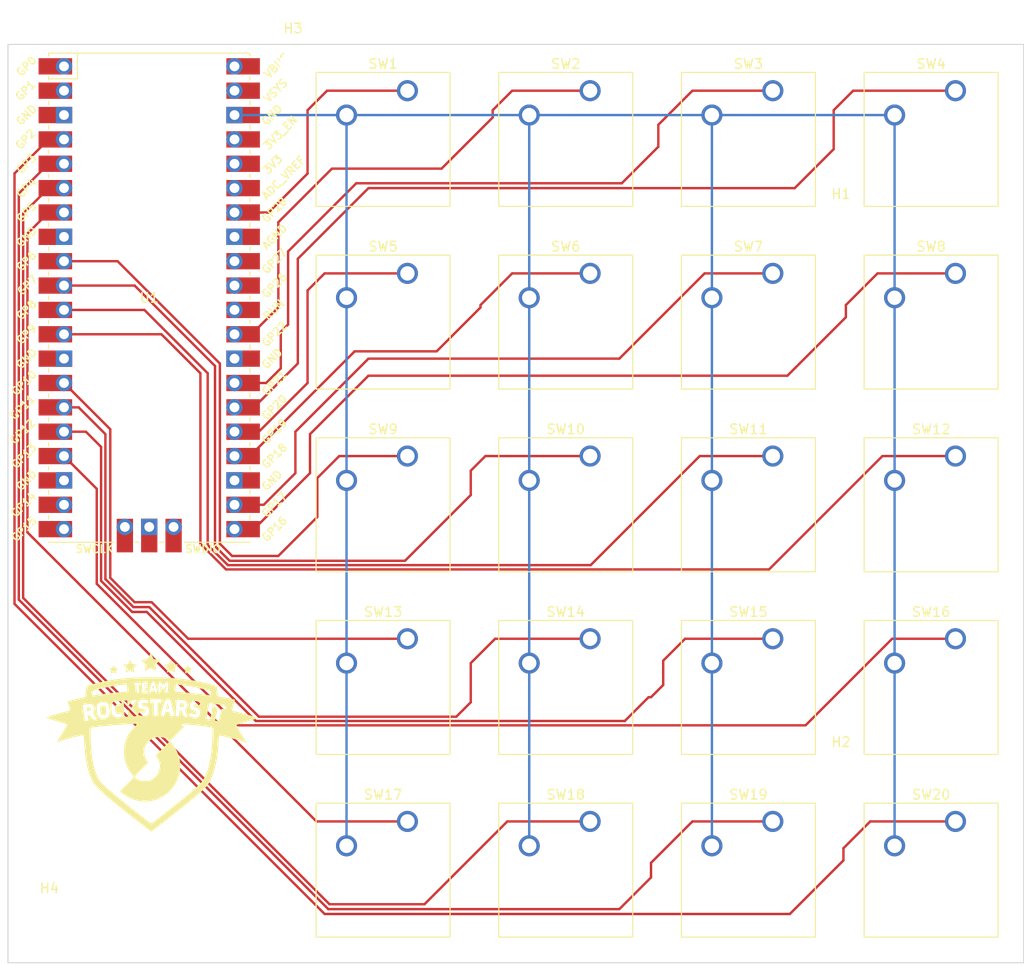
<source format=kicad_pcb>
(kicad_pcb (version 20221018) (generator pcbnew)
  (layers (0 "F.Cu" signal) (31 "B.Cu" signal) (34 "B.Paste" user) (35 "F.Paste" user) (36 "B.SilkS" user "B.Silkscreen") (37 "F.SilkS" user "F.Silkscreen") (38 "B.Mask" user) (39 "F.Mask" user) (44 "Edge.Cuts" user))
  (net 0 "")
  (net 1 "Net-(U1-GPIO2)")
  (net 2 "/GND")
  (net 3 "Net-(U1-GPIO4)")
  (net 4 "Net-(U1-GPIO3)")
  (net 5 "Net-(U1-GPIO5)")
  (net 6 "Net-(U1-GPIO18)")
  (net 7 "Net-(U1-GPIO19)")
  (net 8 "Net-(U1-GPIO20)")
  (net 9 "Net-(U1-GPIO21)")
  (net 10 "Net-(U1-GPIO22)")
  (net 11 "Net-(U1-GPIO17)")
  (net 12 "Net-(U1-GPIO16)")
  (net 13 "Net-(U1-GPIO28_ADC2)")
  (net 32 "/P6")
  (net 33 "/P7")
  (net 34 "/P8")
  (net 35 "/P9")
  (net 36 "Net-(U1-GPIO10)")
  (net 37 "Net-(U1-GPIO11)")
  (net 38 "Net-(U1-GPIO12)")
  (net 39 "Net-(U1-GPIO13)")
  (footprint "Library:SW_Cherry_MX_1.00u_PCB" (layer "F.Cu") (at 114.3 76.2)
    (fp_text reference "SW14" (at -2.54 -2.794) (layer "F.SilkS"))
    (fp_text value "SW_Push")
    (pad "" np_thru_hole circle (at -7.62 5.08) (size 1.7 1.7) (drill 1.7) (layers "*.Cu" "*.Mask"))
    (pad "" np_thru_hole circle (at -2.54 5.08) (size 4 4) (drill 4) (layers "*.Cu" "*.Mask"))
    (pad "" np_thru_hole circle (at 2.54 5.08) (size 1.7 1.7) (drill 1.7) (layers "*.Cu" "*.Mask"))
    (pad "1" thru_hole circle (at 0 0) (size 2.2 2.2) (drill 1.5) (layers "*.Cu" "*.Mask") (net 37 "Net-(U1-GPIO11)"))
    (pad "2" thru_hole circle (at -6.35 2.54) (size 2.2 2.2) (drill 1.5) (layers "*.Cu" "*.Mask") (net 2 "/GND"))
  )
  (footprint "Library:SW_Cherry_MX_1.00u_PCB" (layer "F.Cu") (at 152.4 57.15)
    (fp_text reference "SW12" (at -2.54 -2.794) (layer "F.SilkS"))
    (fp_text value "SW_Push")
    (pad "" np_thru_hole circle (at -7.62 5.08) (size 1.7 1.7) (drill 1.7) (layers "*.Cu" "*.Mask"))
    (pad "" np_thru_hole circle (at -2.54 5.08) (size 4 4) (drill 4) (layers "*.Cu" "*.Mask"))
    (pad "" np_thru_hole circle (at 2.54 5.08) (size 1.7 1.7) (drill 1.7) (layers "*.Cu" "*.Mask"))
    (pad "1" thru_hole circle (at 0 0) (size 2.2 2.2) (drill 1.5) (layers "*.Cu" "*.Mask") (net 35 "/P9"))
    (pad "2" thru_hole circle (at -6.35 2.54) (size 2.2 2.2) (drill 1.5) (layers "*.Cu" "*.Mask") (net 2 "/GND"))
  )
  (footprint "Library:SW_Cherry_MX_1.00u_PCB" (layer "F.Cu") (at 114.3 95.25)
    (fp_text reference "SW18" (at -2.54 -2.794) (layer "F.SilkS"))
    (fp_text value "SW_Push")
    (pad "" np_thru_hole circle (at -7.62 5.08) (size 1.7 1.7) (drill 1.7) (layers "*.Cu" "*.Mask"))
    (pad "" np_thru_hole circle (at -2.54 5.08) (size 4 4) (drill 4) (layers "*.Cu" "*.Mask"))
    (pad "" np_thru_hole circle (at 2.54 5.08) (size 1.7 1.7) (drill 1.7) (layers "*.Cu" "*.Mask"))
    (pad "1" thru_hole circle (at 0 0) (size 2.2 2.2) (drill 1.5) (layers "*.Cu" "*.Mask") (net 3 "Net-(U1-GPIO4)"))
    (pad "2" thru_hole circle (at -6.35 2.54) (size 2.2 2.2) (drill 1.5) (layers "*.Cu" "*.Mask") (net 2 "/GND"))
  )
  (footprint "Library:SW_Cherry_MX_1.00u_PCB" (layer "F.Cu") (at 95.25 19.05)
    (fp_text reference "SW1" (at -2.54 -2.794) (layer "F.SilkS"))
    (fp_text value "SW_Push")
    (pad "" np_thru_hole circle (at -7.62 5.08) (size 1.7 1.7) (drill 1.7) (layers "*.Cu" "*.Mask"))
    (pad "" np_thru_hole circle (at -2.54 5.08) (size 4 4) (drill 4) (layers "*.Cu" "*.Mask"))
    (pad "" np_thru_hole circle (at 2.54 5.08) (size 1.7 1.7) (drill 1.7) (layers "*.Cu" "*.Mask"))
    (pad "1" thru_hole circle (at 0 0) (size 2.2 2.2) (drill 1.5) (layers "*.Cu" "*.Mask") (net 13 "Net-(U1-GPIO28_ADC2)"))
    (pad "2" thru_hole circle (at -6.35 2.54) (size 2.2 2.2) (drill 1.5) (layers "*.Cu" "*.Mask") (net 2 "/GND"))
  )
  (footprint "Library:SW_Cherry_MX_1.00u_PCB" (layer "F.Cu") (at 114.3 57.15)
    (fp_text reference "SW10" (at -2.54 -2.794) (layer "F.SilkS"))
    (fp_text value "SW_Push")
    (pad "" np_thru_hole circle (at -7.62 5.08) (size 1.7 1.7) (drill 1.7) (layers "*.Cu" "*.Mask"))
    (pad "" np_thru_hole circle (at -2.54 5.08) (size 4 4) (drill 4) (layers "*.Cu" "*.Mask"))
    (pad "" np_thru_hole circle (at 2.54 5.08) (size 1.7 1.7) (drill 1.7) (layers "*.Cu" "*.Mask"))
    (pad "1" thru_hole circle (at 0 0) (size 2.2 2.2) (drill 1.5) (layers "*.Cu" "*.Mask") (net 33 "/P7"))
    (pad "2" thru_hole circle (at -6.35 2.54) (size 2.2 2.2) (drill 1.5) (layers "*.Cu" "*.Mask") (net 2 "/GND"))
  )
  (footprint "Library:SW_Cherry_MX_1.00u_PCB" (layer "F.Cu") (at 114.3 19.05)
    (fp_text reference "SW2" (at -2.54 -2.794) (layer "F.SilkS"))
    (fp_text value "SW_Push")
    (pad "" np_thru_hole circle (at -7.62 5.08) (size 1.7 1.7) (drill 1.7) (layers "*.Cu" "*.Mask"))
    (pad "" np_thru_hole circle (at -2.54 5.08) (size 4 4) (drill 4) (layers "*.Cu" "*.Mask"))
    (pad "" np_thru_hole circle (at 2.54 5.08) (size 1.7 1.7) (drill 1.7) (layers "*.Cu" "*.Mask"))
    (pad "1" thru_hole circle (at 0 0) (size 2.2 2.2) (drill 1.5) (layers "*.Cu" "*.Mask") (net 10 "Net-(U1-GPIO22)"))
    (pad "2" thru_hole circle (at -6.35 2.54) (size 2.2 2.2) (drill 1.5) (layers "*.Cu" "*.Mask") (net 2 "/GND"))
  )
  (footprint "Library:SW_Cherry_MX_1.00u_PCB" (layer "F.Cu") (at 95.25 76.2)
    (fp_text reference "SW13" (at -2.54 -2.794) (layer "F.SilkS"))
    (fp_text value "SW_Push")
    (pad "" np_thru_hole circle (at -7.62 5.08) (size 1.7 1.7) (drill 1.7) (layers "*.Cu" "*.Mask"))
    (pad "" np_thru_hole circle (at -2.54 5.08) (size 4 4) (drill 4) (layers "*.Cu" "*.Mask"))
    (pad "" np_thru_hole circle (at 2.54 5.08) (size 1.7 1.7) (drill 1.7) (layers "*.Cu" "*.Mask"))
    (pad "1" thru_hole circle (at 0 0) (size 2.2 2.2) (drill 1.5) (layers "*.Cu" "*.Mask") (net 36 "Net-(U1-GPIO10)"))
    (pad "2" thru_hole circle (at -6.35 2.54) (size 2.2 2.2) (drill 1.5) (layers "*.Cu" "*.Mask") (net 2 "/GND"))
  )
  (footprint "Library:SW_Cherry_MX_1.00u_PCB" (layer "F.Cu") (at 152.4 19.05)
    (fp_text reference "SW4" (at -2.54 -2.794) (layer "F.SilkS"))
    (fp_text value "SW_Push")
    (pad "" np_thru_hole circle (at -7.62 5.08) (size 1.7 1.7) (drill 1.7) (layers "*.Cu" "*.Mask"))
    (pad "" np_thru_hole circle (at -2.54 5.08) (size 4 4) (drill 4) (layers "*.Cu" "*.Mask"))
    (pad "" np_thru_hole circle (at 2.54 5.08) (size 1.7 1.7) (drill 1.7) (layers "*.Cu" "*.Mask"))
    (pad "1" thru_hole circle (at 0 0) (size 2.2 2.2) (drill 1.5) (layers "*.Cu" "*.Mask") (net 8 "Net-(U1-GPIO20)"))
    (pad "2" thru_hole circle (at -6.35 2.54) (size 2.2 2.2) (drill 1.5) (layers "*.Cu" "*.Mask") (net 2 "/GND"))
  )
  (footprint "Library:SW_Cherry_MX_1.00u_PCB" (layer "F.Cu") (at 133.35 19.05)
    (fp_text reference "SW3" (at -2.54 -2.794) (layer "F.SilkS"))
    (fp_text value "SW_Push")
    (pad "" np_thru_hole circle (at -7.62 5.08) (size 1.7 1.7) (drill 1.7) (layers "*.Cu" "*.Mask"))
    (pad "" np_thru_hole circle (at -2.54 5.08) (size 4 4) (drill 4) (layers "*.Cu" "*.Mask"))
    (pad "" np_thru_hole circle (at 2.54 5.08) (size 1.7 1.7) (drill 1.7) (layers "*.Cu" "*.Mask"))
    (pad "1" thru_hole circle (at 0 0) (size 2.2 2.2) (drill 1.5) (layers "*.Cu" "*.Mask") (net 9 "Net-(U1-GPIO21)"))
    (pad "2" thru_hole circle (at -6.35 2.54) (size 2.2 2.2) (drill 1.5) (layers "*.Cu" "*.Mask") (net 2 "/GND"))
  )
  (footprint "LOGO" (layer "F.Cu") (at 68.58 86.995)
    (fp_text reference "G***" hide)
    (fp_text value "LOGO" hide)
  )
  (footprint "Library:SW_Cherry_MX_1.00u_PCB" (layer "F.Cu") (at 133.35 57.15)
    (fp_text reference "SW11" (at -2.54 -2.794) (layer "F.SilkS"))
    (fp_text value "SW_Push")
    (pad "" np_thru_hole circle (at -7.62 5.08) (size 1.7 1.7) (drill 1.7) (layers "*.Cu" "*.Mask"))
    (pad "" np_thru_hole circle (at -2.54 5.08) (size 4 4) (drill 4) (layers "*.Cu" "*.Mask"))
    (pad "" np_thru_hole circle (at 2.54 5.08) (size 1.7 1.7) (drill 1.7) (layers "*.Cu" "*.Mask"))
    (pad "1" thru_hole circle (at 0 0) (size 2.2 2.2) (drill 1.5) (layers "*.Cu" "*.Mask") (net 34 "/P8"))
    (pad "2" thru_hole circle (at -6.35 2.54) (size 2.2 2.2) (drill 1.5) (layers "*.Cu" "*.Mask") (net 2 "/GND"))
  )
  (footprint "Library:SW_Cherry_MX_1.00u_PCB" (layer "F.Cu") (at 152.4 38.1)
    (fp_text reference "SW8" (at -2.54 -2.794) (layer "F.SilkS"))
    (fp_text value "SW_Push")
    (pad "" np_thru_hole circle (at -7.62 5.08) (size 1.7 1.7) (drill 1.7) (layers "*.Cu" "*.Mask"))
    (pad "" np_thru_hole circle (at -2.54 5.08) (size 4 4) (drill 4) (layers "*.Cu" "*.Mask"))
    (pad "" np_thru_hole circle (at 2.54 5.08) (size 1.7 1.7) (drill 1.7) (layers "*.Cu" "*.Mask"))
    (pad "1" thru_hole circle (at 0 0) (size 2.2 2.2) (drill 1.5) (layers "*.Cu" "*.Mask") (net 12 "Net-(U1-GPIO16)"))
    (pad "2" thru_hole circle (at -6.35 2.54) (size 2.2 2.2) (drill 1.5) (layers "*.Cu" "*.Mask") (net 2 "/GND"))
  )
  (footprint "Library:SW_Cherry_MX_1.00u_PCB" (layer "F.Cu") (at 95.25 95.25)
    (fp_text reference "SW17" (at -2.54 -2.794) (layer "F.SilkS"))
    (fp_text value "SW_Push")
    (pad "" np_thru_hole circle (at -7.62 5.08) (size 1.7 1.7) (drill 1.7) (layers "*.Cu" "*.Mask"))
    (pad "" np_thru_hole circle (at -2.54 5.08) (size 4 4) (drill 4) (layers "*.Cu" "*.Mask"))
    (pad "" np_thru_hole circle (at 2.54 5.08) (size 1.7 1.7) (drill 1.7) (layers "*.Cu" "*.Mask"))
    (pad "1" thru_hole circle (at 0 0) (size 2.2 2.2) (drill 1.5) (layers "*.Cu" "*.Mask") (net 5 "Net-(U1-GPIO5)"))
    (pad "2" thru_hole circle (at -6.35 2.54) (size 2.2 2.2) (drill 1.5) (layers "*.Cu" "*.Mask") (net 2 "/GND"))
  )
  (footprint "Library:SW_Cherry_MX_1.00u_PCB" (layer "F.Cu") (at 95.25 57.15)
    (fp_text reference "SW9" (at -2.54 -2.794) (layer "F.SilkS"))
    (fp_text value "SW_Push")
    (pad "" np_thru_hole circle (at -7.62 5.08) (size 1.7 1.7) (drill 1.7) (layers "*.Cu" "*.Mask"))
    (pad "" np_thru_hole circle (at -2.54 5.08) (size 4 4) (drill 4) (layers "*.Cu" "*.Mask"))
    (pad "" np_thru_hole circle (at 2.54 5.08) (size 1.7 1.7) (drill 1.7) (layers "*.Cu" "*.Mask"))
    (pad "1" thru_hole circle (at 0 0) (size 2.2 2.2) (drill 1.5) (layers "*.Cu" "*.Mask") (net 32 "/P6"))
    (pad "2" thru_hole circle (at -6.35 2.54) (size 2.2 2.2) (drill 1.5) (layers "*.Cu" "*.Mask") (net 2 "/GND"))
  )
  (footprint "Library:SW_Cherry_MX_1.00u_PCB" (layer "F.Cu") (at 133.35 76.2)
    (fp_text reference "SW15" (at -2.54 -2.794) (layer "F.SilkS"))
    (fp_text value "SW_Push")
    (pad "" np_thru_hole circle (at -7.62 5.08) (size 1.7 1.7) (drill 1.7) (layers "*.Cu" "*.Mask"))
    (pad "" np_thru_hole circle (at -2.54 5.08) (size 4 4) (drill 4) (layers "*.Cu" "*.Mask"))
    (pad "" np_thru_hole circle (at 2.54 5.08) (size 1.7 1.7) (drill 1.7) (layers "*.Cu" "*.Mask"))
    (pad "1" thru_hole circle (at 0 0) (size 2.2 2.2) (drill 1.5) (layers "*.Cu" "*.Mask") (net 38 "Net-(U1-GPIO12)"))
    (pad "2" thru_hole circle (at -6.35 2.54) (size 2.2 2.2) (drill 1.5) (layers "*.Cu" "*.Mask") (net 2 "/GND"))
  )
  (footprint "Library:SW_Cherry_MX_1.00u_PCB" (layer "F.Cu") (at 133.35 38.1)
    (fp_text reference "SW7" (at -2.54 -2.794) (layer "F.SilkS"))
    (fp_text value "SW_Push")
    (pad "" np_thru_hole circle (at -7.62 5.08) (size 1.7 1.7) (drill 1.7) (layers "*.Cu" "*.Mask"))
    (pad "" np_thru_hole circle (at -2.54 5.08) (size 4 4) (drill 4) (layers "*.Cu" "*.Mask"))
    (pad "" np_thru_hole circle (at 2.54 5.08) (size 1.7 1.7) (drill 1.7) (layers "*.Cu" "*.Mask"))
    (pad "1" thru_hole circle (at 0 0) (size 2.2 2.2) (drill 1.5) (layers "*.Cu" "*.Mask") (net 11 "Net-(U1-GPIO17)"))
    (pad "2" thru_hole circle (at -6.35 2.54) (size 2.2 2.2) (drill 1.5) (layers "*.Cu" "*.Mask") (net 2 "/GND"))
  )
  (footprint "MountingHole:MountingHole_2.7mm_M2.5" (layer "F.Cu") (at 57.912 105.918)
    (fp_text reference "H4" (at 0 -3.7) (layer "F.SilkS"))
    (fp_text value "MountingHole")
    (pad "" np_thru_hole circle (at 0 0) (size 2.7 2.7) (drill 2.7) (layers "*.Cu" "*.Mask"))
  )
  (footprint "MCU_RaspberryPi_and_Boards:RPi_Pico_SMD_TH" (layer "F.Cu") (at 68.326 40.64)
    (fp_text reference "U1" (at 0 0) (layer "F.SilkS"))
    (fp_text value "Pico")
    (fp_text user "GP5" (at -12.8 -8.89 45) (layer "F.SilkS") (effects (font (size 0.8 0.8))))
    (fp_text user "GND" (at 12.8 6.35 45) (layer "F.SilkS") (effects (font (size 0.8 0.8))))
    (fp_text user "GP9" (at -12.8 3.81 45) (layer "F.SilkS") (effects (font (size 0.8 0.8))))
    (fp_text user "3V3_EN" (at 13.7 -17.2 45) (layer "F.SilkS") (effects (font (size 0.8 0.8))))
    (fp_text user "GP6" (at -12.8 -3.81 45) (layer "F.SilkS") (effects (font (size 0.8 0.8))))
    (fp_text user "GP18" (at 13.054 16.51 45) (layer "F.SilkS") (effects (font (size 0.8 0.8))))
    (fp_text user "GP10" (at -13.054 8.89 45) (layer "F.SilkS") (effects (font (size 0.8 0.8))))
    (fp_text user "GP16" (at 13.054 24.13 45) (layer "F.SilkS") (effects (font (size 0.8 0.8))))
    (fp_text user "GP0" (at -12.8 -24.13 45) (layer "F.SilkS") (effects (font (size 0.8 0.8))))
    (fp_text user "VSYS" (at 13.2 -21.59 45) (layer "F.SilkS") (effects (font (size 0.8 0.8))))
    (fp_text user "GP14" (at -13.1 21.59 45) (layer "F.SilkS") (effects (font (size 0.8 0.8))))
    (fp_text user "GND" (at 12.8 -19.05 45) (layer "F.SilkS") (effects (font (size 0.8 0.8))))
    (fp_text user "GP3" (at -12.8 -13.97 45) (layer "F.SilkS") (effects (font (size 0.8 0.8))))
    (fp_text user "GP22" (at 13.054 3.81 45) (layer "F.SilkS") (effects (font (size 0.8 0.8))))
    (fp_text user "GP19" (at 13.054 13.97 45) (layer "F.SilkS") (effects (font (size 0.8 0.8))))
    (fp_text user "GP13" (at -13.054 16.51 45) (layer "F.SilkS") (effects (font (size 0.8 0.8))))
    (fp_text user "GP1" (at -12.9 -21.6 45) (layer "F.SilkS") (effects (font (size 0.8 0.8))))
    (fp_text user "GND" (at -12.8 -19.05 45) (layer "F.SilkS") (effects (font (size 0.8 0.8))))
    (fp_text user "GP7" (at -12.7 -1.3 45) (layer "F.SilkS") (effects (font (size 0.8 0.8))))
    (fp_text user "GND" (at -12.8 19.05 45) (layer "F.SilkS") (effects (font (size 0.8 0.8))))
    (fp_text user "GP15" (at -13.054 24.13 45) (layer "F.SilkS") (effects (font (size 0.8 0.8))))
    (fp_text user "VBUS" (at 13.3 -24.2 45) (layer "F.SilkS") (effects (font (size 0.8 0.8))))
    (fp_text user "GP26" (at 13.054 -1.27 45) (layer "F.SilkS") (effects (font (size 0.8 0.8))))
    (fp_text user "GP8" (at -12.8 1.27 45) (layer "F.SilkS") (effects (font (size 0.8 0.8))))
    (fp_text user "RUN" (at 13 1.27 45) (layer "F.SilkS") (effects (font (size 0.8 0.8))))
    (fp_text user "SWDIO" (at 5.6 26.2) (layer "F.SilkS") (effects (font (size 0.8 0.8))))
    (fp_text user "GP17" (at 13.054 21.59 45) (layer "F.SilkS") (effects (font (size 0.8 0.8))))
    (fp_text user "GND" (at -12.8 6.35 45) (layer "F.SilkS") (effects (font (size 0.8 0.8))))
    (fp_text user "GP11" (at -13.2 11.43 45) (layer "F.SilkS") (effects (font (size 0.8 0.8))))
    (fp_text user "GP28" (at 13.054 -9.144 45) (layer "F.SilkS") (effects (font (size 0.8 0.8))))
    (fp_text user "GP2" (at -12.9 -16.51 45) (layer "F.SilkS") (effects (font (size 0.8 0.8))))
    (fp_text user "GND" (at 12.8 19.05 45) (layer "F.SilkS") (effects (font (size 0.8 0.8))))
    (fp_text user "ADC_VREF" (at 14 -12.5 45) (layer "F.SilkS") (effects (font (size 0.8 0.8))))
    (fp_text user "GP21" (at 13.054 8.9 45) (layer "F.SilkS") (effects (font (size 0.8 0.8))))
    (fp_text user "GP4" (at -12.8 -11.43 45) (layer "F.SilkS") (effects (font (size 0.8 0.8))))
    (fp_text user "GND" (at -12.8 -6.35 45) (layer "F.SilkS") (effects (font (size 0.8 0.8))))
    (fp_text user "3V3" (at 12.9 -13.9 45) (layer "F.SilkS") (effects (font (size 0.8 0.8))))
    (fp_text user "AGND" (at 13.054 -6.35 45) (layer "F.SilkS") (effects (font (size 0.8 0.8))))
    (fp_text user "GP20" (at 13.054 11.43 45) (layer "F.SilkS") (effects (font (size 0.8 0.8))))
    (fp_text user "SWCLK" (at -5.7 26.2) (layer "F.SilkS") (effects (font (size 0.8 0.8))))
    (fp_text user "GP27" (at 13.054 -3.8 45) (layer "F.SilkS") (effects (font (size 0.8 0.8))))
    (fp_text user "GP12" (at -13.2 13.97 45) (layer "F.SilkS") (effects (font (size 0.8 0.8))))
    (pad "" np_thru_hole oval (at -2.725 -24) (size 1.8 1.8) (drill 1.8) (layers "*.Cu" "*.Mask"))
    (pad "" np_thru_hole oval (at -2.425 -20.97) (size 1.5 1.5) (drill 1.5) (layers "*.Cu" "*.Mask"))
    (pad "" np_thru_hole oval (at 2.425 -20.97) (size 1.5 1.5) (drill 1.5) (layers "*.Cu" "*.Mask"))
    (pad "" np_thru_hole oval (at 2.725 -24) (size 1.8 1.8) (drill 1.8) (layers "*.Cu" "*.Mask"))
    (pad "1" thru_hole oval (at -8.89 -24.13) (size 1.7 1.7) (drill 1.02) (layers "*.Cu" "*.Mask"))
    (pad "1" smd rect (at -8.89 -24.13) (size 3.5 1.7) (drill (offset -0.9 0)) (layers "F.Cu" "F.Mask"))
    (pad "2" thru_hole oval (at -8.89 -21.59) (size 1.7 1.7) (drill 1.02) (layers "*.Cu" "*.Mask"))
    (pad "2" smd rect (at -8.89 -21.59) (size 3.5 1.7) (drill (offset -0.9 0)) (layers "F.Cu" "F.Mask"))
    (pad "3" thru_hole rect (at -8.89 -19.05) (size 1.7 1.7) (drill 1.02) (layers "*.Cu" "*.Mask"))
    (pad "3" smd rect (at -8.89 -19.05) (size 3.5 1.7) (drill (offset -0.9 0)) (layers "F.Cu" "F.Mask"))
    (pad "4" thru_hole oval (at -8.89 -16.51) (size 1.7 1.7) (drill 1.02) (layers "*.Cu" "*.Mask") (net 1 "Net-(U1-GPIO2)"))
    (pad "4" smd rect (at -8.89 -16.51) (size 3.5 1.7) (drill (offset -0.9 0)) (layers "F.Cu" "F.Mask") (net 1 "Net-(U1-GPIO2)"))
    (pad "5" thru_hole oval (at -8.89 -13.97) (size 1.7 1.7) (drill 1.02) (layers "*.Cu" "*.Mask") (net 4 "Net-(U1-GPIO3)"))
    (pad "5" smd rect (at -8.89 -13.97) (size 3.5 1.7) (drill (offset -0.9 0)) (layers "F.Cu" "F.Mask") (net 4 "Net-(U1-GPIO3)"))
    (pad "6" thru_hole oval (at -8.89 -11.43) (size 1.7 1.7) (drill 1.02) (layers "*.Cu" "*.Mask") (net 3 "Net-(U1-GPIO4)"))
    (pad "6" smd rect (at -8.89 -11.43) (size 3.5 1.7) (drill (offset -0.9 0)) (layers "F.Cu" "F.Mask") (net 3 "Net-(U1-GPIO4)"))
    (pad "7" thru_hole oval (at -8.89 -8.89) (size 1.7 1.7) (drill 1.02) (layers "*.Cu" "*.Mask") (net 5 "Net-(U1-GPIO5)"))
    (pad "7" smd rect (at -8.89 -8.89) (size 3.5 1.7) (drill (offset -0.9 0)) (layers "F.Cu" "F.Mask") (net 5 "Net-(U1-GPIO5)"))
    (pad "8" thru_hole rect (at -8.89 -6.35) (size 1.7 1.7) (drill 1.02) (layers "*.Cu" "*.Mask"))
    (pad "8" smd rect (at -8.89 -6.35) (size 3.5 1.7) (drill (offset -0.9 0)) (layers "F.Cu" "F.Mask"))
    (pad "9" thru_hole oval (at -8.89 -3.81) (size 1.7 1.7) (drill 1.02) (layers "*.Cu" "*.Mask") (net 32 "/P6"))
    (pad "9" smd rect (at -8.89 -3.81) (size 3.5 1.7) (drill (offset -0.9 0)) (layers "F.Cu" "F.Mask") (net 32 "/P6"))
    (pad "10" thru_hole oval (at -8.89 -1.27) (size 1.7 1.7) (drill 1.02) (layers "*.Cu" "*.Mask") (net 33 "/P7"))
    (pad "10" smd rect (at -8.89 -1.27) (size 3.5 1.7) (drill (offset -0.9 0)) (layers "F.Cu" "F.Mask") (net 33 "/P7"))
    (pad "11" thru_hole oval (at -8.89 1.27) (size 1.7 1.7) (drill 1.02) (layers "*.Cu" "*.Mask") (net 34 "/P8"))
    (pad "11" smd rect (at -8.89 1.27) (size 3.5 1.7) (drill (offset -0.9 0)) (layers "F.Cu" "F.Mask") (net 34 "/P8"))
    (pad "12" thru_hole oval (at -8.89 3.81) (size 1.7 1.7) (drill 1.02) (layers "*.Cu" "*.Mask") (net 35 "/P9"))
    (pad "12" smd rect (at -8.89 3.81) (size 3.5 1.7) (drill (offset -0.9 0)) (layers "F.Cu" "F.Mask") (net 35 "/P9"))
    (pad "13" thru_hole rect (at -8.89 6.35) (size 1.7 1.7) (drill 1.02) (layers "*.Cu" "*.Mask"))
    (pad "13" smd rect (at -8.89 6.35) (size 3.5 1.7) (drill (offset -0.9 0)) (layers "F.Cu" "F.Mask"))
    (pad "14" thru_hole oval (at -8.89 8.89) (size 1.7 1.7) (drill 1.02) (layers "*.Cu" "*.Mask") (net 36 "Net-(U1-GPIO10)"))
    (pad "14" smd rect (at -8.89 8.89) (size 3.5 1.7) (drill (offset -0.9 0)) (layers "F.Cu" "F.Mask") (net 36 "Net-(U1-GPIO10)"))
    (pad "15" thru_hole oval (at -8.89 11.43) (size 1.7 1.7) (drill 1.02) (layers "*.Cu" "*.Mask") (net 37 "Net-(U1-GPIO11)"))
    (pad "15" smd rect (at -8.89 11.43) (size 3.5 1.7) (drill (offset -0.9 0)) (layers "F.Cu" "F.Mask") (net 37 "Net-(U1-GPIO11)"))
    (pad "16" thru_hole oval (at -8.89 13.97) (size 1.7 1.7) (drill 1.02) (layers "*.Cu" "*.Mask") (net 38 "Net-(U1-GPIO12)"))
    (pad "16" smd rect (at -8.89 13.97) (size 3.5 1.7) (drill (offset -0.9 0)) (layers "F.Cu" "F.Mask") (net 38 "Net-(U1-GPIO12)"))
    (pad "17" thru_hole oval (at -8.89 16.51) (size 1.7 1.7) (drill 1.02) (layers "*.Cu" "*.Mask") (net 39 "Net-(U1-GPIO13)"))
    (pad "17" smd rect (at -8.89 16.51) (size 3.5 1.7) (drill (offset -0.9 0)) (layers "F.Cu" "F.Mask") (net 39 "Net-(U1-GPIO13)"))
    (pad "18" thru_hole rect (at -8.89 19.05) (size 1.7 1.7) (drill 1.02) (layers "*.Cu" "*.Mask"))
    (pad "18" smd rect (at -8.89 19.05) (size 3.5 1.7) (drill (offset -0.9 0)) (layers "F.Cu" "F.Mask"))
    (pad "19" thru_hole oval (at -8.89 21.59) (size 1.7 1.7) (drill 1.02) (layers "*.Cu" "*.Mask"))
    (pad "19" smd rect (at -8.89 21.59) (size 3.5 1.7) (drill (offset -0.9 0)) (layers "F.Cu" "F.Mask"))
    (pad "20" thru_hole oval (at -8.89 24.13) (size 1.7 1.7) (drill 1.02) (layers "*.Cu" "*.Mask"))
    (pad "20" smd rect (at -8.89 24.13) (size 3.5 1.7) (drill (offset -0.9 0)) (layers "F.Cu" "F.Mask"))
    (pad "21" thru_hole oval (at 8.89 24.13) (size 1.7 1.7) (drill 1.02) (layers "*.Cu" "*.Mask") (net 12 "Net-(U1-GPIO16)"))
    (pad "21" smd rect (at 8.89 24.13) (size 3.5 1.7) (drill (offset 0.9 0)) (layers "F.Cu" "F.Mask") (net 12 "Net-(U1-GPIO16)"))
    (pad "22" thru_hole oval (at 8.89 21.59) (size 1.7 1.7) (drill 1.02) (layers "*.Cu" "*.Mask") (net 11 "Net-(U1-GPIO17)"))
    (pad "22" smd rect (at 8.89 21.59) (size 3.5 1.7) (drill (offset 0.9 0)) (layers "F.Cu" "F.Mask") (net 11 "Net-(U1-GPIO17)"))
    (pad "23" thru_hole rect (at 8.89 19.05) (size 1.7 1.7) (drill 1.02) (layers "*.Cu" "*.Mask"))
    (pad "23" smd rect (at 8.89 19.05) (size 3.5 1.7) (drill (offset 0.9 0)) (layers "F.Cu" "F.Mask"))
    (pad "24" thru_hole oval (at 8.89 16.51) (size 1.7 1.7) (drill 1.02) (layers "*.Cu" "*.Mask") (net 6 "Net-(U1-GPIO18)"))
    (pad "24" smd rect (at 8.89 16.51) (size 3.5 1.7) (drill (offset 0.9 0)) (layers "F.Cu" "F.Mask") (net 6 "Net-(U1-GPIO18)"))
    (pad "25" thru_hole oval (at 8.89 13.97) (size 1.7 1.7) (drill 1.02) (layers "*.Cu" "*.Mask") (net 7 "Net-(U1-GPIO19)"))
    (pad "25" smd rect (at 8.89 13.97) (size 3.5 1.7) (drill (offset 0.9 0)) (layers "F.Cu" "F.Mask") (net 7 "Net-(U1-GPIO19)"))
    (pad "26" thru_hole oval (at 8.89 11.43) (size 1.7 1.7) (drill 1.02) (layers "*.Cu" "*.Mask") (net 8 "Net-(U1-GPIO20)"))
    (pad "26" smd rect (at 8.89 11.43) (size 3.5 1.7) (drill (offset 0.9 0)) (layers "F.Cu" "F.Mask") (net 8 "Net-(U1-GPIO20)"))
    (pad "27" thru_hole oval (at 8.89 8.89) (size 1.7 1.7) (drill 1.02) (layers "*.Cu" "*.Mask") (net 9 "Net-(U1-GPIO21)"))
    (pad "27" smd rect (at 8.89 8.89) (size 3.5 1.7) (drill (offset 0.9 0)) (layers "F.Cu" "F.Mask") (net 9 "Net-(U1-GPIO21)"))
    (pad "28" thru_hole rect (at 8.89 6.35) (size 1.7 1.7) (drill 1.02) (layers "*.Cu" "*.Mask"))
    (pad "28" smd rect (at 8.89 6.35) (size 3.5 1.7) (drill (offset 0.9 0)) (layers "F.Cu" "F.Mask"))
    (pad "29" thru_hole oval (at 8.89 3.81) (size 1.7 1.7) (drill 1.02) (layers "*.Cu" "*.Mask") (net 10 "Net-(U1-GPIO22)"))
    (pad "29" smd rect (at 8.89 3.81) (size 3.5 1.7) (drill (offset 0.9 0)) (layers "F.Cu" "F.Mask") (net 10 "Net-(U1-GPIO22)"))
    (pad "30" thru_hole oval (at 8.89 1.27) (size 1.7 1.7) (drill 1.02) (layers "*.Cu" "*.Mask"))
    (pad "30" smd rect (at 8.89 1.27) (size 3.5 1.7) (drill (offset 0.9 0)) (layers "F.Cu" "F.Mask"))
    (pad "31" thru_hole oval (at 8.89 -1.27) (size 1.7 1.7) (drill 1.02) (layers "*.Cu" "*.Mask"))
    (pad "31" smd rect (at 8.89 -1.27) (size 3.5 1.7) (drill (offset 0.9 0)) (layers "F.Cu" "F.Mask"))
    (pad "32" thru_hole oval (at 8.89 -3.81) (size 1.7 1.7) (drill 1.02) (layers "*.Cu" "*.Mask"))
    (pad "32" smd rect (at 8.89 -3.81) (size 3.5 1.7) (drill (offset 0.9 0)) (layers "F.Cu" "F.Mask"))
    (pad "33" thru_hole rect (at 8.89 -6.35) (size 1.7 1.7) (drill 1.02) (layers "*.Cu" "*.Mask"))
    (pad "33" smd rect (at 8.89 -6.35) (size 3.5 1.7) (drill (offset 0.9 0)) (layers "F.Cu" "F.Mask"))
    (pad "34" thru_hole oval (at 8.89 -8.89) (size 1.7 1.7) (drill 1.02) (layers "*.Cu" "*.Mask") (net 13 "Net-(U1-GPIO28_ADC2)"))
    (pad "34" smd rect (at 8.89 -8.89) (size 3.5 1.7) (drill (offset 0.9 0)) (layers "F.Cu" "F.Mask") (net 13 "Net-(U1-GPIO28_ADC2)"))
    (pad "35" thru_hole oval (at 8.89 -11.43) (size 1.7 1.7) (drill 1.02) (layers "*.Cu" "*.Mask"))
    (pad "35" smd rect (at 8.89 -11.43) (size 3.5 1.7) (drill (offset 0.9 0)) (layers "F.Cu" "F.Mask"))
    (pad "36" thru_hole oval (at 8.89 -13.97) (size 1.7 1.7) (drill 1.02) (layers "*.Cu" "*.Mask"))
    (pad "36" smd rect (at 8.89 -13.97) (size 3.5 1.7) (drill (offset 0.9 0)) (layers "F.Cu" "F.Mask"))
    (pad "37" thru_hole oval (at 8.89 -16.51) (size 1.7 1.7) (drill 1.02) (layers "*.Cu" "*.Mask"))
    (pad "37" smd rect (at 8.89 -16.51) (size 3.5 1.7) (drill (offset 0.9 0)) (layers "F.Cu" "F.Mask"))
    (pad "38" thru_hole rect (at 8.89 -19.05) (size 1.7 1.7) (drill 1.02) (layers "*.Cu" "*.Mask") (net 2 "/GND"))
    (pad "38" smd rect (at 8.89 -19.05) (size 3.5 1.7) (drill (offset 0.9 0)) (layers "F.Cu" "F.Mask") (net 2 "/GND"))
    (pad "39" thru_hole oval (at 8.89 -21.59) (size 1.7 1.7) (drill 1.02) (layers "*.Cu" "*.Mask"))
    (pad "39" smd rect (at 8.89 -21.59) (size 3.5 1.7) (drill (offset 0.9 0)) (layers "F.Cu" "F.Mask"))
    (pad "40" thru_hole oval (at 8.89 -24.13) (size 1.7 1.7) (drill 1.02) (layers "*.Cu" "*.Mask"))
    (pad "40" smd rect (at 8.89 -24.13) (size 3.5 1.7) (drill (offset 0.9 0)) (layers "F.Cu" "F.Mask"))
    (pad "41" thru_hole oval (at -2.54 23.9) (size 1.7 1.7) (drill 1.02) (layers "*.Cu" "*.Mask"))
    (pad "41" smd rect (at -2.54 23.9 90) (size 3.5 1.7) (drill (offset -0.9 0)) (layers "F.Cu" "F.Mask"))
    (pad "42" thru_hole rect (at 0 23.9) (size 1.7 1.7) (drill 1.02) (layers "*.Cu" "*.Mask"))
    (pad "42" smd rect (at 0 23.9 90) (size 3.5 1.7) (drill (offset -0.9 0)) (layers "F.Cu" "F.Mask"))
    (pad "43" thru_hole oval (at 2.54 23.9) (size 1.7 1.7) (drill 1.02) (layers "*.Cu" "*.Mask"))
    (pad "43" smd rect (at 2.54 23.9 90) (size 3.5 1.7) (drill (offset -0.9 0)) (layers "F.Cu" "F.Mask"))
  )
  (footprint "Library:SW_Cherry_MX_1.00u_PCB" (layer "F.Cu") (at 152.4 76.2)
    (fp_text reference "SW16" (at -2.54 -2.794) (layer "F.SilkS"))
    (fp_text value "SW_Push")
    (pad "" np_thru_hole circle (at -7.62 5.08) (size 1.7 1.7) (drill 1.7) (layers "*.Cu" "*.Mask"))
    (pad "" np_thru_hole circle (at -2.54 5.08) (size 4 4) (drill 4) (layers "*.Cu" "*.Mask"))
    (pad "" np_thru_hole circle (at 2.54 5.08) (size 1.7 1.7) (drill 1.7) (layers "*.Cu" "*.Mask"))
    (pad "1" thru_hole circle (at 0 0) (size 2.2 2.2) (drill 1.5) (layers "*.Cu" "*.Mask") (net 39 "Net-(U1-GPIO13)"))
    (pad "2" thru_hole circle (at -6.35 2.54) (size 2.2 2.2) (drill 1.5) (layers "*.Cu" "*.Mask") (net 2 "/GND"))
  )
  (footprint "MountingHole:MountingHole_2.7mm_M2.5" (layer "F.Cu") (at 83.312 16.256)
    (fp_text reference "H3" (at 0 -3.7) (layer "F.SilkS"))
    (fp_text value "MountingHole")
    (pad "" np_thru_hole circle (at 0 0) (size 2.7 2.7) (drill 2.7) (layers "*.Cu" "*.Mask"))
  )
  (footprint "Library:SW_Cherry_MX_1.00u_PCB" (layer "F.Cu") (at 133.35 95.25)
    (fp_text reference "SW19" (at -2.54 -2.794) (layer "F.SilkS"))
    (fp_text value "SW_Push")
    (pad "" np_thru_hole circle (at -7.62 5.08) (size 1.7 1.7) (drill 1.7) (layers "*.Cu" "*.Mask"))
    (pad "" np_thru_hole circle (at -2.54 5.08) (size 4 4) (drill 4) (layers "*.Cu" "*.Mask"))
    (pad "" np_thru_hole circle (at 2.54 5.08) (size 1.7 1.7) (drill 1.7) (layers "*.Cu" "*.Mask"))
    (pad "1" thru_hole circle (at 0 0) (size 2.2 2.2) (drill 1.5) (layers "*.Cu" "*.Mask") (net 4 "Net-(U1-GPIO3)"))
    (pad "2" thru_hole circle (at -6.35 2.54) (size 2.2 2.2) (drill 1.5) (layers "*.Cu" "*.Mask") (net 2 "/GND"))
  )
  (footprint "Library:SW_Cherry_MX_1.00u_PCB" (layer "F.Cu") (at 152.4 95.25)
    (fp_text reference "SW20" (at -2.54 -2.794) (layer "F.SilkS"))
    (fp_text value "SW_Push")
    (pad "" np_thru_hole circle (at -7.62 5.08) (size 1.7 1.7) (drill 1.7) (layers "*.Cu" "*.Mask"))
    (pad "" np_thru_hole circle (at -2.54 5.08) (size 4 4) (drill 4) (layers "*.Cu" "*.Mask"))
    (pad "" np_thru_hole circle (at 2.54 5.08) (size 1.7 1.7) (drill 1.7) (layers "*.Cu" "*.Mask"))
    (pad "1" thru_hole circle (at 0 0) (size 2.2 2.2) (drill 1.5) (layers "*.Cu" "*.Mask") (net 1 "Net-(U1-GPIO2)"))
    (pad "2" thru_hole circle (at -6.35 2.54) (size 2.2 2.2) (drill 1.5) (layers "*.Cu" "*.Mask") (net 2 "/GND"))
  )
  (footprint "Library:SW_Cherry_MX_1.00u_PCB" (layer "F.Cu") (at 95.25 38.1)
    (fp_text reference "SW5" (at -2.54 -2.794) (layer "F.SilkS"))
    (fp_text value "SW_Push")
    (pad "" np_thru_hole circle (at -7.62 5.08) (size 1.7 1.7) (drill 1.7) (layers "*.Cu" "*.Mask"))
    (pad "" np_thru_hole circle (at -2.54 5.08) (size 4 4) (drill 4) (layers "*.Cu" "*.Mask"))
    (pad "" np_thru_hole circle (at 2.54 5.08) (size 1.7 1.7) (drill 1.7) (layers "*.Cu" "*.Mask"))
    (pad "1" thru_hole circle (at 0 0) (size 2.2 2.2) (drill 1.5) (layers "*.Cu" "*.Mask") (net 7 "Net-(U1-GPIO19)"))
    (pad "2" thru_hole circle (at -6.35 2.54) (size 2.2 2.2) (drill 1.5) (layers "*.Cu" "*.Mask") (net 2 "/GND"))
  )
  (footprint "MountingHole:MountingHole_2.7mm_M2.5" (layer "F.Cu") (at 140.462 33.528)
    (fp_text reference "H1" (at 0 -3.7) (layer "F.SilkS"))
    (fp_text value "MountingHole")
    (pad "" np_thru_hole circle (at 0 0) (size 2.7 2.7) (drill 2.7) (layers "*.Cu" "*.Mask"))
  )
  (footprint "Library:SW_Cherry_MX_1.00u_PCB" (layer "F.Cu") (at 114.3 38.1)
    (fp_text reference "SW6" (at -2.54 -2.794) (layer "F.SilkS"))
    (fp_text value "SW_Push")
    (pad "" np_thru_hole circle (at -7.62 5.08) (size 1.7 1.7) (drill 1.7) (layers "*.Cu" "*.Mask"))
    (pad "" np_thru_hole circle (at -2.54 5.08) (size 4 4) (drill 4) (layers "*.Cu" "*.Mask"))
    (pad "" np_thru_hole circle (at 2.54 5.08) (size 1.7 1.7) (drill 1.7) (layers "*.Cu" "*.Mask"))
    (pad "1" thru_hole circle (at 0 0) (size 2.2 2.2) (drill 1.5) (layers "*.Cu" "*.Mask") (net 6 "Net-(U1-GPIO18)"))
    (pad "2" thru_hole circle (at -6.35 2.54) (size 2.2 2.2) (drill 1.5) (layers "*.Cu" "*.Mask") (net 2 "/GND"))
  )
  (footprint "MountingHole:MountingHole_2.7mm_M2.5" (layer "F.Cu") (at 140.462 90.678)
    (fp_text reference "H2" (at 0 -3.7) (layer "F.SilkS"))
    (fp_text value "MountingHole")
    (pad "" np_thru_hole circle (at 0 0) (size 2.7 2.7) (drill 2.7) (layers "*.Cu" "*.Mask"))
  )
  (gr_line (start 53.594 109.982) (end 159.512 109.982) (stroke (width 0.1)) (layer "Edge.Cuts"))
  (gr_line (start 159.512 14.224) (end 159.512 109.982) (stroke (width 0.1)) (layer "Edge.Cuts"))
  (gr_line (start 53.594 14.224) (end 159.512 14.224) (stroke (width 0.1)) (layer "Edge.Cuts"))
  (gr_line (start 53.594 14.224) (end 53.594 109.982) (stroke (width 0.1)) (layer "Edge.Cuts"))
  (segment (start 140.716 98.044) (end 143.51 95.25) (width 0.25) (layer "F.Cu") (net 1))
  (segment (start 135.128 104.902) (end 140.716 99.314) (width 0.25) (layer "F.Cu") (net 1))
  (segment (start 140.716 99.314) (end 140.716 98.044) (width 0.25) (layer "F.Cu") (net 1))
  (segment (start 86.614 104.902) (end 135.128 104.902) (width 0.25) (layer "F.Cu") (net 1))
  (segment (start 54.276 72.564) (end 86.614 104.902) (width 0.25) (layer "F.Cu") (net 1))
  (segment (start 143.51 95.25) (end 152.4 95.25) (width 0.25) (layer "F.Cu") (net 1))
  (segment (start 59.436 24.13) (end 57.826 24.13) (width 0.25) (layer "F.Cu") (net 1))
  (segment (start 54.276 27.68) (end 54.276 72.564) (width 0.25) (layer "F.Cu") (net 1))
  (segment (start 57.826 24.13) (end 54.276 27.68) (width 0.25) (layer "F.Cu") (net 1))
  (segment (start 127 78.74) (end 127 97.79) (width 0.25) (layer "B.Cu") (net 2))
  (segment (start 146.05 40.64) (end 146.05 21.59) (width 0.25) (layer "B.Cu") (net 2))
  (segment (start 127 59.69) (end 127 78.74) (width 0.25) (layer "B.Cu") (net 2))
  (segment (start 107.95 97.79) (end 107.95 78.74) (width 0.25) (layer "B.Cu") (net 2))
  (segment (start 88.9 21.59) (end 107.95 21.59) (width 0.25) (layer "B.Cu") (net 2))
  (segment (start 107.95 21.59) (end 127 21.59) (width 0.25) (layer "B.Cu") (net 2))
  (segment (start 127 21.59) (end 127 40.64) (width 0.25) (layer "B.Cu") (net 2))
  (segment (start 127 40.64) (end 127 59.69) (width 0.25) (layer "B.Cu") (net 2))
  (segment (start 146.05 78.74) (end 146.05 59.69) (width 0.25) (layer "B.Cu") (net 2))
  (segment (start 88.9 21.59) (end 88.9 40.64) (width 0.25) (layer "B.Cu") (net 2))
  (segment (start 77.216 21.59) (end 88.9 21.59) (width 0.25) (layer "B.Cu") (net 2))
  (segment (start 127 21.59) (end 146.05 21.59) (width 0.25) (layer "B.Cu") (net 2))
  (segment (start 107.95 59.69) (end 107.95 40.64) (width 0.25) (layer "B.Cu") (net 2))
  (segment (start 88.9 40.64) (end 88.9 59.69) (width 0.25) (layer "B.Cu") (net 2))
  (segment (start 88.9 59.69) (end 88.9 78.74) (width 0.25) (layer "B.Cu") (net 2))
  (segment (start 146.05 97.79) (end 146.05 78.74) (width 0.25) (layer "B.Cu") (net 2))
  (segment (start 107.95 78.74) (end 107.95 59.69) (width 0.25) (layer "B.Cu") (net 2))
  (segment (start 107.95 40.64) (end 107.95 21.59) (width 0.25) (layer "B.Cu") (net 2))
  (segment (start 88.9 78.74) (end 88.9 97.79) (width 0.25) (layer "B.Cu") (net 2))
  (segment (start 146.05 59.69) (end 146.05 40.64) (width 0.25) (layer "B.Cu") (net 2))
  (segment (start 59.436 29.21) (end 57.826 29.21) (width 0.25) (layer "F.Cu") (net 3))
  (segment (start 57.826 29.21) (end 55.176 31.86) (width 0.25) (layer "F.Cu") (net 3))
  (segment (start 55.176 71.94) (end 87.122 103.886) (width 0.25) (layer "F.Cu") (net 3))
  (segment (start 87.122 103.886) (end 97.028 103.886) (width 0.25) (layer "F.Cu") (net 3))
  (segment (start 55.176 31.86) (end 55.176 71.94) (width 0.25) (layer "F.Cu") (net 3))
  (segment (start 97.028 103.886) (end 105.664 95.25) (width 0.25) (layer "F.Cu") (net 3))
  (segment (start 105.664 95.25) (end 114.3 95.25) (width 0.25) (layer "F.Cu") (net 3))
  (segment (start 86.993604 104.394) (end 117.348 104.394) (width 0.25) (layer "F.Cu") (net 4))
  (segment (start 120.65 101.092) (end 120.65 99.568) (width 0.25) (layer "F.Cu") (net 4))
  (segment (start 54.726 72.126396) (end 86.993604 104.394) (width 0.25) (layer "F.Cu") (net 4))
  (segment (start 57.826 26.67) (end 54.726 29.77) (width 0.25) (layer "F.Cu") (net 4))
  (segment (start 59.436 26.67) (end 57.826 26.67) (width 0.25) (layer "F.Cu") (net 4))
  (segment (start 117.348 104.394) (end 120.65 101.092) (width 0.25) (layer "F.Cu") (net 4))
  (segment (start 120.65 99.568) (end 124.968 95.25) (width 0.25) (layer "F.Cu") (net 4))
  (segment (start 124.968 95.25) (end 133.35 95.25) (width 0.25) (layer "F.Cu") (net 4))
  (segment (start 54.726 29.77) (end 54.726 72.126396) (width 0.25) (layer "F.Cu") (net 4))
  (segment (start 57.826 31.75) (end 55.626 33.95) (width 0.25) (layer "F.Cu") (net 5))
  (segment (start 85.766 95.25) (end 95.25 95.25) (width 0.25) (layer "F.Cu") (net 5))
  (segment (start 59.436 31.75) (end 57.826 31.75) (width 0.25) (layer "F.Cu") (net 5))
  (segment (start 55.626 33.95) (end 55.626 65.11) (width 0.25) (layer "F.Cu") (net 5))
  (segment (start 55.626 65.11) (end 85.766 95.25) (width 0.25) (layer "F.Cu") (net 5))
  (segment (start 98.298 46.228) (end 102.87 41.656) (width 0.25) (layer "F.Cu") (net 6))
  (segment (start 89.748 46.228) (end 98.298 46.228) (width 0.25) (layer "F.Cu") (net 6))
  (segment (start 77.216 57.15) (end 78.826 57.15) (width 0.25) (layer "F.Cu") (net 6))
  (segment (start 78.826 57.15) (end 89.748 46.228) (width 0.25) (layer "F.Cu") (net 6))
  (segment (start 102.87 41.656) (end 102.87 41.402) (width 0.25) (layer "F.Cu") (net 6))
  (segment (start 106.172 38.1) (end 114.3 38.1) (width 0.25) (layer "F.Cu") (net 6))
  (segment (start 102.87 41.402) (end 106.172 38.1) (width 0.25) (layer "F.Cu") (net 6))
  (segment (start 86.614 38.1) (end 95.25 38.1) (width 0.25) (layer "F.Cu") (net 7))
  (segment (start 84.836 49.53) (end 84.836 39.878) (width 0.25) (layer "F.Cu") (net 7))
  (segment (start 77.216 54.61) (end 79.756 54.61) (width 0.25) (layer "F.Cu") (net 7))
  (segment (start 84.836 39.878) (end 86.614 38.1) (width 0.25) (layer "F.Cu") (net 7))
  (segment (start 79.756 54.61) (end 84.836 49.53) (width 0.25) (layer "F.Cu") (net 7))
  (segment (start 141.732 19.05) (end 152.4 19.05) (width 0.25) (layer "F.Cu") (net 8))
  (segment (start 79.248 52.07) (end 83.82 47.498) (width 0.25) (layer "F.Cu") (net 8))
  (segment (start 83.82 36.576) (end 91.186 29.21) (width 0.25) (layer "F.Cu") (net 8))
  (segment (start 139.7 25.146) (end 139.7 21.082) (width 0.25) (layer "F.Cu") (net 8))
  (segment (start 91.186 29.21) (end 135.636 29.21) (width 0.25) (layer "F.Cu") (net 8))
  (segment (start 83.82 47.498) (end 83.82 36.576) (width 0.25) (layer "F.Cu") (net 8))
  (segment (start 139.7 21.082) (end 141.732 19.05) (width 0.25) (layer "F.Cu") (net 8))
  (segment (start 77.216 52.07) (end 79.248 52.07) (width 0.25) (layer "F.Cu") (net 8))
  (segment (start 135.636 29.21) (end 139.7 25.146) (width 0.25) (layer "F.Cu") (net 8))
  (segment (start 82.804 43.434) (end 82.804 35.814) (width 0.25) (layer "F.Cu") (net 9))
  (segment (start 121.412 24.892) (end 121.412 22.606) (width 0.25) (layer "F.Cu") (net 9))
  (segment (start 89.916 28.702) (end 117.602 28.702) (width 0.25) (layer "F.Cu") (net 9))
  (segment (start 82.804 35.814) (end 89.916 28.702) (width 0.25) (layer "F.Cu") (net 9))
  (segment (start 82.042 44.196) (end 82.804 43.434) (width 0.25) (layer "F.Cu") (net 9))
  (segment (start 80.518 49.53) (end 82.042 48.006) (width 0.25) (layer "F.Cu") (net 9))
  (segment (start 77.216 49.53) (end 80.518 49.53) (width 0.25) (layer "F.Cu") (net 9))
  (segment (start 121.412 22.606) (end 124.968 19.05) (width 0.25) (layer "F.Cu") (net 9))
  (segment (start 82.042 48.006) (end 82.042 44.196) (width 0.25) (layer "F.Cu") (net 9))
  (segment (start 117.602 28.702) (end 121.412 24.892) (width 0.25) (layer "F.Cu") (net 9))
  (segment (start 124.968 19.05) (end 133.35 19.05) (width 0.25) (layer "F.Cu") (net 9))
  (segment (start 104.14 21.844) (end 104.14 21.082) (width 0.25) (layer "F.Cu") (net 10))
  (segment (start 77.216 44.45) (end 78.994 44.45) (width 0.25) (layer "F.Cu") (net 10))
  (segment (start 106.172 19.05) (end 114.3 19.05) (width 0.25) (layer "F.Cu") (net 10))
  (segment (start 78.994 44.45) (end 81.788 41.656) (width 0.25) (layer "F.Cu") (net 10))
  (segment (start 87.376 27.178) (end 98.806 27.178) (width 0.25) (layer "F.Cu") (net 10))
  (segment (start 81.788 32.766) (end 87.376 27.178) (width 0.25) (layer "F.Cu") (net 10))
  (segment (start 98.806 27.178) (end 104.14 21.844) (width 0.25) (layer "F.Cu") (net 10))
  (segment (start 81.788 41.656) (end 81.788 32.766) (width 0.25) (layer "F.Cu") (net 10))
  (segment (start 104.14 21.082) (end 106.172 19.05) (width 0.25) (layer "F.Cu") (net 10))
  (segment (start 83.566 54.61) (end 91.186 46.99) (width 0.25) (layer "F.Cu") (net 11))
  (segment (start 80.264 62.23) (end 83.566 58.928) (width 0.25) (layer "F.Cu") (net 11))
  (segment (start 83.566 58.928) (end 83.566 54.61) (width 0.25) (layer "F.Cu") (net 11))
  (segment (start 126.238 38.1) (end 133.35 38.1) (width 0.25) (layer "F.Cu") (net 11))
  (segment (start 91.186 46.99) (end 117.348 46.99) (width 0.25) (layer "F.Cu") (net 11))
  (segment (start 117.348 46.99) (end 126.238 38.1) (width 0.25) (layer "F.Cu") (net 11))
  (segment (start 77.216 62.23) (end 80.264 62.23) (width 0.25) (layer "F.Cu") (net 11))
  (segment (start 91.186 48.768) (end 134.874 48.768) (width 0.25) (layer "F.Cu") (net 12))
  (segment (start 79.248 64.77) (end 85.09 58.928) (width 0.25) (layer "F.Cu") (net 12))
  (segment (start 134.874 48.768) (end 140.97 42.672) (width 0.25) (layer "F.Cu") (net 12))
  (segment (start 144.272 38.1) (end 152.4 38.1) (width 0.25) (layer "F.Cu") (net 12))
  (segment (start 77.216 64.77) (end 79.248 64.77) (width 0.25) (layer "F.Cu") (net 12))
  (segment (start 85.09 58.928) (end 85.09 54.864) (width 0.25) (layer "F.Cu") (net 12))
  (segment (start 140.97 42.672) (end 140.97 41.402) (width 0.25) (layer "F.Cu") (net 12))
  (segment (start 85.09 54.864) (end 91.186 48.768) (width 0.25) (layer "F.Cu") (net 12))
  (segment (start 140.97 41.402) (end 144.272 38.1) (width 0.25) (layer "F.Cu") (net 12))
  (segment (start 77.216 31.75) (end 80.772 31.75) (width 0.25) (layer "F.Cu") (net 13))
  (segment (start 84.836 21.082) (end 86.868 19.05) (width 0.25) (layer "F.Cu") (net 13))
  (segment (start 86.868 19.05) (end 95.25 19.05) (width 0.25) (layer "F.Cu") (net 13))
  (segment (start 84.836 27.686) (end 84.836 21.082) (width 0.25) (layer "F.Cu") (net 13))
  (segment (start 80.772 31.75) (end 84.836 27.686) (width 0.25) (layer "F.Cu") (net 13))
  (segment (start 59.436 36.83) (end 65.024 36.83) (width 0.25) (layer "F.Cu") (net 32))
  (segment (start 65.024 36.83) (end 75.692 47.498) (width 0.25) (layer "F.Cu") (net 32))
  (segment (start 81.788 67.564) (end 85.852 63.5) (width 0.25) (layer "F.Cu") (net 32))
  (segment (start 75.692 47.498) (end 75.692 66.294) (width 0.25) (layer "F.Cu") (net 32))
  (segment (start 75.692 66.294) (end 76.962 67.564) (width 0.25) (layer "F.Cu") (net 32))
  (segment (start 85.852 63.5) (end 85.852 59.436) (width 0.25) (layer "F.Cu") (net 32))
  (segment (start 88.138 57.15) (end 95.25 57.15) (width 0.25) (layer "F.Cu") (net 32))
  (segment (start 76.962 67.564) (end 81.788 67.564) (width 0.25) (layer "F.Cu") (net 32))
  (segment (start 85.852 59.436) (end 88.138 57.15) (width 0.25) (layer "F.Cu") (net 32))
  (segment (start 103.378 57.15) (end 114.3 57.15) (width 0.25) (layer "F.Cu") (net 33))
  (segment (start 101.854 58.674) (end 103.378 57.15) (width 0.25) (layer "F.Cu") (net 33))
  (segment (start 101.854 61.214) (end 101.854 58.674) (width 0.25) (layer "F.Cu") (net 33))
  (segment (start 76.708 68.072) (end 94.996 68.072) (width 0.25) (layer "F.Cu") (net 33))
  (segment (start 66.802 39.37) (end 75.184 47.752) (width 0.25) (layer "F.Cu") (net 33))
  (segment (start 94.996 68.072) (end 101.854 61.214) (width 0.25) (layer "F.Cu") (net 33))
  (segment (start 59.436 39.37) (end 66.802 39.37) (width 0.25) (layer "F.Cu") (net 33))
  (segment (start 75.184 66.548) (end 76.708 68.072) (width 0.25) (layer "F.Cu") (net 33))
  (segment (start 75.184 47.752) (end 75.184 66.548) (width 0.25) (layer "F.Cu") (net 33))
  (segment (start 74.422 48.514) (end 74.422 66.422396) (width 0.25) (layer "F.Cu") (net 34))
  (segment (start 125.73 57.15) (end 133.35 57.15) (width 0.25) (layer "F.Cu") (net 34))
  (segment (start 67.818 41.91) (end 74.422 48.514) (width 0.25) (layer "F.Cu") (net 34))
  (segment (start 59.436 41.91) (end 67.818 41.91) (width 0.25) (layer "F.Cu") (net 34))
  (segment (start 114.358 68.522) (end 125.73 57.15) (width 0.25) (layer "F.Cu") (net 34))
  (segment (start 76.521604 68.522) (end 114.358 68.522) (width 0.25) (layer "F.Cu") (net 34))
  (segment (start 74.422 66.422396) (end 76.521604 68.522) (width 0.25) (layer "F.Cu") (net 34))
  (segment (start 73.66 48.514) (end 73.66 66.296792) (width 0.25) (layer "F.Cu") (net 35))
  (segment (start 73.66 66.296792) (end 76.335208 68.972) (width 0.25) (layer "F.Cu") (net 35))
  (segment (start 59.436 44.45) (end 69.596 44.45) (width 0.25) (layer "F.Cu") (net 35))
  (segment (start 144.78 57.15) (end 152.4 57.15) (width 0.25) (layer "F.Cu") (net 35))
  (segment (start 132.958 68.972) (end 144.78 57.15) (width 0.25) (layer "F.Cu") (net 35))
  (segment (start 76.335208 68.972) (end 132.958 68.972) (width 0.25) (layer "F.Cu") (net 35))
  (segment (start 69.596 44.45) (end 73.66 48.514) (width 0.25) (layer "F.Cu") (net 35))
  (segment (start 72.39 76.2) (end 95.25 76.2) (width 0.25) (layer "F.Cu") (net 36))
  (segment (start 64.262 54.356) (end 64.262 69.85) (width 0.25) (layer "F.Cu") (net 36))
  (segment (start 59.436 49.53) (end 64.262 54.356) (width 0.25) (layer "F.Cu") (net 36))
  (segment (start 68.58 72.39) (end 72.39 76.2) (width 0.25) (layer "F.Cu") (net 36))
  (segment (start 64.262 69.85) (end 66.802 72.39) (width 0.25) (layer "F.Cu") (net 36))
  (segment (start 66.802 72.39) (end 68.58 72.39) (width 0.25) (layer "F.Cu") (net 36))
  (segment (start 63.754 54.864) (end 63.754 69.978396) (width 0.25) (layer "F.Cu") (net 37))
  (segment (start 104.394 76.2) (end 114.3 76.2) (width 0.25) (layer "F.Cu") (net 37))
  (segment (start 100.346745 84.328) (end 101.854 82.820745) (width 0.25) (layer "F.Cu") (net 37))
  (segment (start 79.756 84.328) (end 100.346745 84.328) (width 0.25) (layer "F.Cu") (net 37))
  (segment (start 59.436 52.07) (end 60.96 52.07) (width 0.25) (layer "F.Cu") (net 37))
  (segment (start 66.673604 72.898) (end 68.326 72.898) (width 0.25) (layer "F.Cu") (net 37))
  (segment (start 101.854 82.820745) (end 101.854 78.74) (width 0.25) (layer "F.Cu") (net 37))
  (segment (start 101.854 78.74) (end 104.394 76.2) (width 0.25) (layer "F.Cu") (net 37))
  (segment (start 68.326 72.898) (end 79.756 84.328) (width 0.25) (layer "F.Cu") (net 37))
  (segment (start 60.96 52.07) (end 63.754 54.864) (width 0.25) (layer "F.Cu") (net 37))
  (segment (start 63.754 69.978396) (end 66.673604 72.898) (width 0.25) (layer "F.Cu") (net 37))
  (segment (start 66.545208 73.406) (end 68.072 73.406) (width 0.25) (layer "F.Cu") (net 38))
  (segment (start 63.304 70.164792) (end 66.545208 73.406) (width 0.25) (layer "F.Cu") (net 38))
  (segment (start 117.914 84.778) (end 120.396 82.296) (width 0.25) (layer "F.Cu") (net 38))
  (segment (start 121.92 78.486) (end 124.206 76.2) (width 0.25) (layer "F.Cu") (net 38))
  (segment (start 120.65 82.296) (end 121.92 81.026) (width 0.25) (layer "F.Cu") (net 38))
  (segment (start 121.92 81.026) (end 121.92 78.486) (width 0.25) (layer "F.Cu") (net 38))
  (segment (start 120.396 82.296) (end 120.65 82.296) (width 0.25) (layer "F.Cu") (net 38))
  (segment (start 68.072 73.406) (end 79.444 84.778) (width 0.25) (layer "F.Cu") (net 38))
  (segment (start 63.304 56.192) (end 63.304 70.164792) (width 0.25) (layer "F.Cu") (net 38))
  (segment (start 61.722 54.61) (end 63.304 56.192) (width 0.25) (layer "F.Cu") (net 38))
  (segment (start 124.206 76.2) (end 133.35 76.2) (width 0.25) (layer "F.Cu") (net 38))
  (segment (start 59.436 54.61) (end 61.722 54.61) (width 0.25) (layer "F.Cu") (net 38))
  (segment (start 79.444 84.778) (end 117.914 84.778) (width 0.25) (layer "F.Cu") (net 38))
  (segment (start 145.796 76.2) (end 152.4 76.2) (width 0.25) (layer "F.Cu") (net 39))
  (segment (start 62.854 70.474) (end 77.608 85.228) (width 0.25) (layer "F.Cu") (net 39))
  (segment (start 59.436 57.15) (end 62.854 60.568) (width 0.25) (layer "F.Cu") (net 39))
  (segment (start 136.768 85.228) (end 145.796 76.2) (width 0.25) (layer "F.Cu") (net 39))
  (segment (start 62.854 60.568) (end 62.854 70.474) (width 0.25) (layer "F.Cu") (net 39))
  (segment (start 77.608 85.228) (end 136.768 85.228) (width 0.25) (layer "F.Cu") (net 39))
)
</source>
